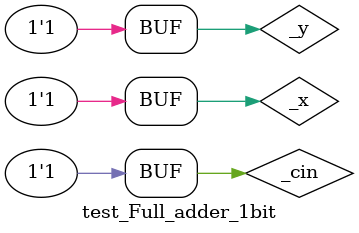
<source format=v>
module Full_adder_1bit (x,y,cin,sum,cout);

input x,y,cin;
output sum,cout;

wire w1,w2,w3;

xor (sum,x,y,cin);

and (w1,x,cin);
and (w2,y,cin);
and (w3,x,y);

or (cout,w1,w2,w3);

endmodule


module test_Full_adder_1bit;

reg _x,_y,_cin;
wire _sum,_cout;

Full_adder_1bit full(.x(_x),.y(_y),.cin(_cin),.sum(_sum),.cout(_cout));

initial begin
_x=1'b0; _y=1'b0; _cin=1'b0;

#10

_cin=1'b1;

#10

_y=1'b1; _cin=1'b0;

#10

_cin=1'b1;

#10

_x=1'b1; _y=1'b0; _cin=1'b0;

#10

_cin=1'b1;

#10

_y=1'b1; _cin=1'b0;

#10

_cin=1'b1;

end

endmodule

</source>
